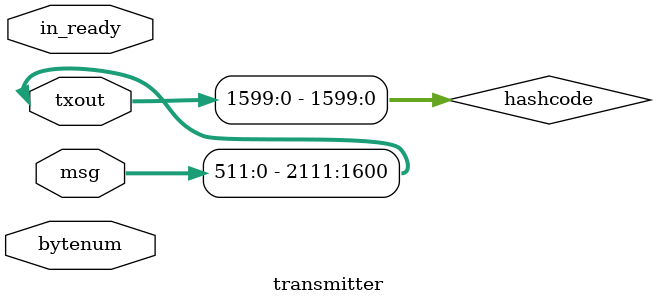
<source format=v>
`timescale 1ns / 1ps
module transmitter(
    input [511:0] msg,
    input [2:0]bytenum,
	 input in_ready,
    input [2111:0] txout
    );
	 wire [1599:0] hashcode;
topmodule q1(msg,bytenum,in_ready,hashcode);
assign txout={msg,hashcode};
endmodule

</source>
